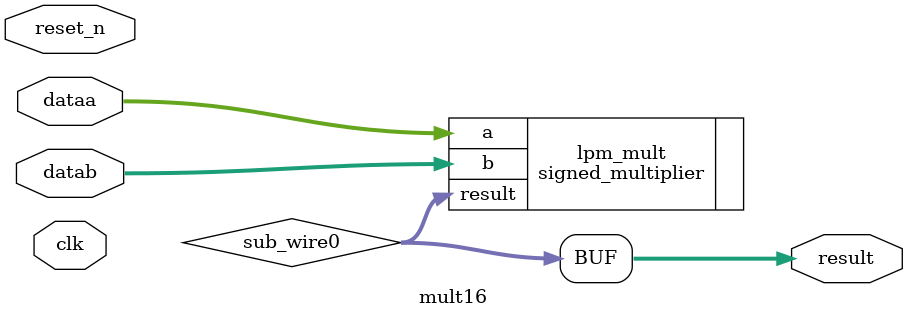
<source format=v>
`timescale 1 ps / 1 ps
module mult16 (
    clk,
    reset_n,
	dataa,
	datab,
	result);

	input	[15:0]  dataa;
	input	[15:0]  datab;
	output	[31:0]  result;
    input wire clk,reset_n;
	wire [31:0] sub_wire0;
	wire [31:0] result = sub_wire0[31:0];

	signed_multiplier lpm_mult (
    .result(sub_wire0),
    .a(dataa), 
    .b(datab));
endmodule
</source>
